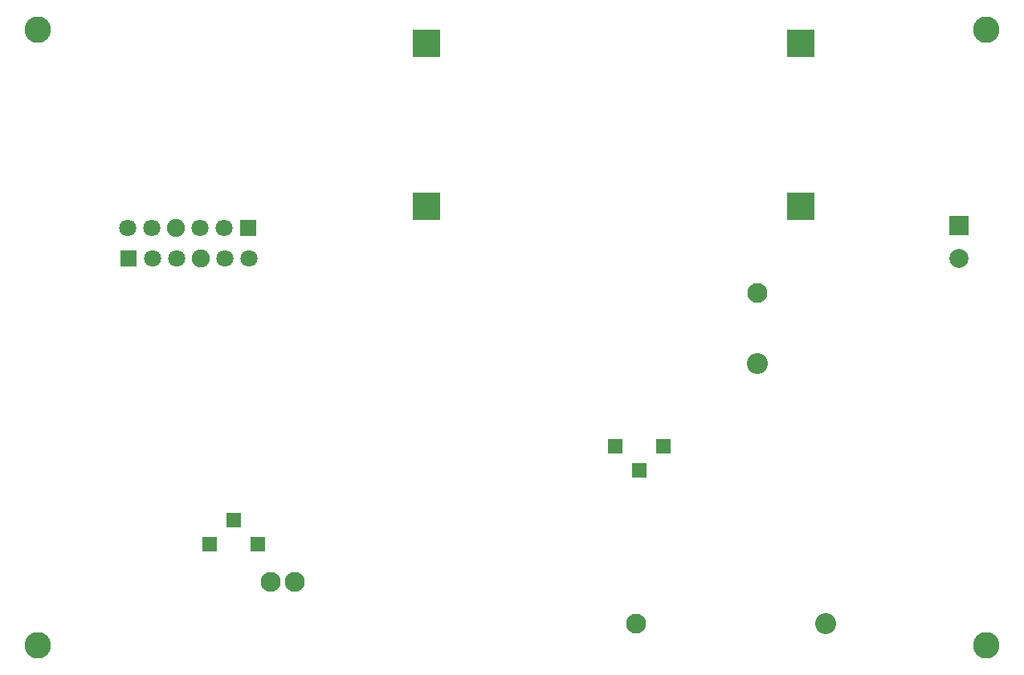
<source format=gbs>
G04 Layer_Color=16711935*
%FSLAX43Y43*%
%MOMM*%
G71*
G01*
G75*
%ADD113C,1.800*%
%ADD114R,1.800X1.800*%
%ADD115C,1.903*%
%ADD116C,2.800*%
%ADD117R,2.900X2.900*%
%ADD118R,1.600X1.600*%
%ADD119C,2.100*%
%ADD120C,2.203*%
%ADD121R,0.100X0.100*%
%ADD122R,2.000X2.000*%
%ADD123C,2.000*%
D113*
X62748Y84100D02*
D03*
X70368D02*
D03*
X72908D02*
D03*
X65288D02*
D03*
X72990Y80875D02*
D03*
X65370D02*
D03*
X67910D02*
D03*
X75530D02*
D03*
D114*
X75448Y84100D02*
D03*
X62830Y80875D02*
D03*
D115*
X67828Y84100D02*
D03*
X70450Y80875D02*
D03*
D116*
X53250Y105000D02*
D03*
X153250D02*
D03*
Y40000D02*
D03*
X53250D02*
D03*
D117*
X133700Y86350D02*
D03*
Y103495D02*
D03*
X94200Y86350D02*
D03*
Y103495D02*
D03*
D118*
X76490Y50680D02*
D03*
X73950Y53220D02*
D03*
X71410Y50680D02*
D03*
X114145Y61020D02*
D03*
X116685Y58480D02*
D03*
X119225Y61020D02*
D03*
D119*
X80318Y46700D02*
D03*
X77818D02*
D03*
X116350Y42350D02*
D03*
X129143Y77225D02*
D03*
D120*
X136350Y42350D02*
D03*
X129143Y69725D02*
D03*
D121*
X111116Y66509D02*
D03*
X126750Y61025D02*
D03*
D122*
X150375Y84350D02*
D03*
D123*
Y80850D02*
D03*
M02*

</source>
